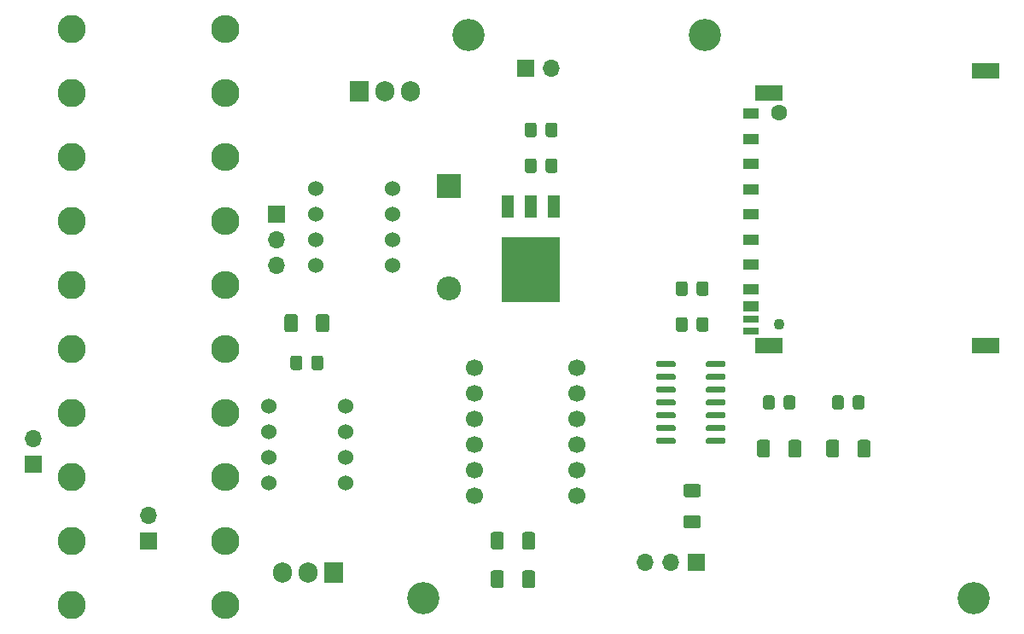
<source format=gbr>
%TF.GenerationSoftware,KiCad,Pcbnew,(5.1.10)-1*%
%TF.CreationDate,2021-10-19T15:37:26-04:00*%
%TF.ProjectId,BattTester,42617474-5465-4737-9465-722e6b696361,rev?*%
%TF.SameCoordinates,Original*%
%TF.FileFunction,Soldermask,Top*%
%TF.FilePolarity,Negative*%
%FSLAX46Y46*%
G04 Gerber Fmt 4.6, Leading zero omitted, Abs format (unit mm)*
G04 Created by KiCad (PCBNEW (5.1.10)-1) date 2021-10-19 15:37:26*
%MOMM*%
%LPD*%
G01*
G04 APERTURE LIST*
%ADD10C,2.800000*%
%ADD11O,2.800000X2.800000*%
%ADD12O,1.905000X2.000000*%
%ADD13R,1.905000X2.000000*%
%ADD14C,1.524000*%
%ADD15C,3.200000*%
%ADD16O,1.700000X1.700000*%
%ADD17R,1.700000X1.700000*%
%ADD18R,5.800000X6.400000*%
%ADD19R,1.200000X2.200000*%
%ADD20R,2.800000X1.500000*%
%ADD21C,1.100000*%
%ADD22C,1.600000*%
%ADD23R,1.500000X0.700000*%
%ADD24R,1.500000X1.000000*%
%ADD25O,2.400000X2.400000*%
%ADD26R,2.400000X2.400000*%
%ADD27C,1.700000*%
G04 APERTURE END LIST*
D10*
%TO.C,R3*%
X145415000Y-66675000D03*
D11*
X160655000Y-66675000D03*
D10*
X145415000Y-73025000D03*
D11*
X160655000Y-73025000D03*
D10*
X145415000Y-79375000D03*
D11*
X160655000Y-79375000D03*
D10*
X145415000Y-85725000D03*
D11*
X160655000Y-85725000D03*
D10*
X145415000Y-92075000D03*
D11*
X160655000Y-92075000D03*
D10*
X145415000Y-98425000D03*
D11*
X160655000Y-98425000D03*
D10*
X145415000Y-104775000D03*
D11*
X160655000Y-104775000D03*
D10*
X145415000Y-111125000D03*
D11*
X160655000Y-111125000D03*
D10*
X145415000Y-117475000D03*
D11*
X160655000Y-117475000D03*
X160655000Y-123825000D03*
D10*
X145415000Y-123825000D03*
%TD*%
%TO.C,R8*%
G36*
G01*
X188330000Y-120660000D02*
X188330000Y-121910000D01*
G75*
G02*
X188080000Y-122160000I-250000J0D01*
G01*
X187280000Y-122160000D01*
G75*
G02*
X187030000Y-121910000I0J250000D01*
G01*
X187030000Y-120660000D01*
G75*
G02*
X187280000Y-120410000I250000J0D01*
G01*
X188080000Y-120410000D01*
G75*
G02*
X188330000Y-120660000I0J-250000D01*
G01*
G37*
G36*
G01*
X191430000Y-120660000D02*
X191430000Y-121910000D01*
G75*
G02*
X191180000Y-122160000I-250000J0D01*
G01*
X190380000Y-122160000D01*
G75*
G02*
X190130000Y-121910000I0J250000D01*
G01*
X190130000Y-120660000D01*
G75*
G02*
X190380000Y-120410000I250000J0D01*
G01*
X191180000Y-120410000D01*
G75*
G02*
X191430000Y-120660000I0J-250000D01*
G01*
G37*
%TD*%
%TO.C,R7*%
G36*
G01*
X190130000Y-118100000D02*
X190130000Y-116850000D01*
G75*
G02*
X190380000Y-116600000I250000J0D01*
G01*
X191180000Y-116600000D01*
G75*
G02*
X191430000Y-116850000I0J-250000D01*
G01*
X191430000Y-118100000D01*
G75*
G02*
X191180000Y-118350000I-250000J0D01*
G01*
X190380000Y-118350000D01*
G75*
G02*
X190130000Y-118100000I0J250000D01*
G01*
G37*
G36*
G01*
X187030000Y-118100000D02*
X187030000Y-116850000D01*
G75*
G02*
X187280000Y-116600000I250000J0D01*
G01*
X188080000Y-116600000D01*
G75*
G02*
X188330000Y-116850000I0J-250000D01*
G01*
X188330000Y-118100000D01*
G75*
G02*
X188080000Y-118350000I-250000J0D01*
G01*
X187280000Y-118350000D01*
G75*
G02*
X187030000Y-118100000I0J250000D01*
G01*
G37*
%TD*%
D12*
%TO.C,Q2*%
X166370000Y-120650000D03*
X168910000Y-120650000D03*
D13*
X171450000Y-120650000D03*
%TD*%
D14*
%TO.C,U4*%
X177292000Y-82550000D03*
X177292000Y-85090000D03*
X177292000Y-87630000D03*
X177292000Y-90170000D03*
X169672000Y-90170000D03*
X169672000Y-87630000D03*
X169672000Y-85090000D03*
X169672000Y-82550000D03*
%TD*%
%TO.C,U1*%
X172593000Y-104140000D03*
X172593000Y-106680000D03*
X172593000Y-109220000D03*
X172593000Y-111760000D03*
X164973000Y-111760000D03*
X164973000Y-109220000D03*
X164973000Y-106680000D03*
X164973000Y-104140000D03*
%TD*%
D15*
%TO.C,REF\u002A\u002A*%
X208280000Y-67310000D03*
%TD*%
%TO.C,REF\u002A\u002A*%
X184785000Y-67310000D03*
%TD*%
%TO.C,REF\u002A\u002A*%
X180340000Y-123190000D03*
%TD*%
%TO.C,REF\u002A\u002A*%
X234950000Y-123190000D03*
%TD*%
D16*
%TO.C,J1*%
X141605000Y-107315000D03*
D17*
X141605000Y-109855000D03*
%TD*%
D18*
%TO.C,U3*%
X191009000Y-90575000D03*
D19*
X188729000Y-84275000D03*
X191009000Y-84275000D03*
X193289000Y-84275000D03*
%TD*%
%TO.C,U2*%
G36*
G01*
X208383000Y-100099000D02*
X208383000Y-99799000D01*
G75*
G02*
X208533000Y-99649000I150000J0D01*
G01*
X210183000Y-99649000D01*
G75*
G02*
X210333000Y-99799000I0J-150000D01*
G01*
X210333000Y-100099000D01*
G75*
G02*
X210183000Y-100249000I-150000J0D01*
G01*
X208533000Y-100249000D01*
G75*
G02*
X208383000Y-100099000I0J150000D01*
G01*
G37*
G36*
G01*
X208383000Y-101369000D02*
X208383000Y-101069000D01*
G75*
G02*
X208533000Y-100919000I150000J0D01*
G01*
X210183000Y-100919000D01*
G75*
G02*
X210333000Y-101069000I0J-150000D01*
G01*
X210333000Y-101369000D01*
G75*
G02*
X210183000Y-101519000I-150000J0D01*
G01*
X208533000Y-101519000D01*
G75*
G02*
X208383000Y-101369000I0J150000D01*
G01*
G37*
G36*
G01*
X208383000Y-102639000D02*
X208383000Y-102339000D01*
G75*
G02*
X208533000Y-102189000I150000J0D01*
G01*
X210183000Y-102189000D01*
G75*
G02*
X210333000Y-102339000I0J-150000D01*
G01*
X210333000Y-102639000D01*
G75*
G02*
X210183000Y-102789000I-150000J0D01*
G01*
X208533000Y-102789000D01*
G75*
G02*
X208383000Y-102639000I0J150000D01*
G01*
G37*
G36*
G01*
X208383000Y-103909000D02*
X208383000Y-103609000D01*
G75*
G02*
X208533000Y-103459000I150000J0D01*
G01*
X210183000Y-103459000D01*
G75*
G02*
X210333000Y-103609000I0J-150000D01*
G01*
X210333000Y-103909000D01*
G75*
G02*
X210183000Y-104059000I-150000J0D01*
G01*
X208533000Y-104059000D01*
G75*
G02*
X208383000Y-103909000I0J150000D01*
G01*
G37*
G36*
G01*
X208383000Y-105179000D02*
X208383000Y-104879000D01*
G75*
G02*
X208533000Y-104729000I150000J0D01*
G01*
X210183000Y-104729000D01*
G75*
G02*
X210333000Y-104879000I0J-150000D01*
G01*
X210333000Y-105179000D01*
G75*
G02*
X210183000Y-105329000I-150000J0D01*
G01*
X208533000Y-105329000D01*
G75*
G02*
X208383000Y-105179000I0J150000D01*
G01*
G37*
G36*
G01*
X208383000Y-106449000D02*
X208383000Y-106149000D01*
G75*
G02*
X208533000Y-105999000I150000J0D01*
G01*
X210183000Y-105999000D01*
G75*
G02*
X210333000Y-106149000I0J-150000D01*
G01*
X210333000Y-106449000D01*
G75*
G02*
X210183000Y-106599000I-150000J0D01*
G01*
X208533000Y-106599000D01*
G75*
G02*
X208383000Y-106449000I0J150000D01*
G01*
G37*
G36*
G01*
X208383000Y-107719000D02*
X208383000Y-107419000D01*
G75*
G02*
X208533000Y-107269000I150000J0D01*
G01*
X210183000Y-107269000D01*
G75*
G02*
X210333000Y-107419000I0J-150000D01*
G01*
X210333000Y-107719000D01*
G75*
G02*
X210183000Y-107869000I-150000J0D01*
G01*
X208533000Y-107869000D01*
G75*
G02*
X208383000Y-107719000I0J150000D01*
G01*
G37*
G36*
G01*
X203433000Y-107719000D02*
X203433000Y-107419000D01*
G75*
G02*
X203583000Y-107269000I150000J0D01*
G01*
X205233000Y-107269000D01*
G75*
G02*
X205383000Y-107419000I0J-150000D01*
G01*
X205383000Y-107719000D01*
G75*
G02*
X205233000Y-107869000I-150000J0D01*
G01*
X203583000Y-107869000D01*
G75*
G02*
X203433000Y-107719000I0J150000D01*
G01*
G37*
G36*
G01*
X203433000Y-106449000D02*
X203433000Y-106149000D01*
G75*
G02*
X203583000Y-105999000I150000J0D01*
G01*
X205233000Y-105999000D01*
G75*
G02*
X205383000Y-106149000I0J-150000D01*
G01*
X205383000Y-106449000D01*
G75*
G02*
X205233000Y-106599000I-150000J0D01*
G01*
X203583000Y-106599000D01*
G75*
G02*
X203433000Y-106449000I0J150000D01*
G01*
G37*
G36*
G01*
X203433000Y-105179000D02*
X203433000Y-104879000D01*
G75*
G02*
X203583000Y-104729000I150000J0D01*
G01*
X205233000Y-104729000D01*
G75*
G02*
X205383000Y-104879000I0J-150000D01*
G01*
X205383000Y-105179000D01*
G75*
G02*
X205233000Y-105329000I-150000J0D01*
G01*
X203583000Y-105329000D01*
G75*
G02*
X203433000Y-105179000I0J150000D01*
G01*
G37*
G36*
G01*
X203433000Y-103909000D02*
X203433000Y-103609000D01*
G75*
G02*
X203583000Y-103459000I150000J0D01*
G01*
X205233000Y-103459000D01*
G75*
G02*
X205383000Y-103609000I0J-150000D01*
G01*
X205383000Y-103909000D01*
G75*
G02*
X205233000Y-104059000I-150000J0D01*
G01*
X203583000Y-104059000D01*
G75*
G02*
X203433000Y-103909000I0J150000D01*
G01*
G37*
G36*
G01*
X203433000Y-102639000D02*
X203433000Y-102339000D01*
G75*
G02*
X203583000Y-102189000I150000J0D01*
G01*
X205233000Y-102189000D01*
G75*
G02*
X205383000Y-102339000I0J-150000D01*
G01*
X205383000Y-102639000D01*
G75*
G02*
X205233000Y-102789000I-150000J0D01*
G01*
X203583000Y-102789000D01*
G75*
G02*
X203433000Y-102639000I0J150000D01*
G01*
G37*
G36*
G01*
X203433000Y-101369000D02*
X203433000Y-101069000D01*
G75*
G02*
X203583000Y-100919000I150000J0D01*
G01*
X205233000Y-100919000D01*
G75*
G02*
X205383000Y-101069000I0J-150000D01*
G01*
X205383000Y-101369000D01*
G75*
G02*
X205233000Y-101519000I-150000J0D01*
G01*
X203583000Y-101519000D01*
G75*
G02*
X203433000Y-101369000I0J150000D01*
G01*
G37*
G36*
G01*
X203433000Y-100099000D02*
X203433000Y-99799000D01*
G75*
G02*
X203583000Y-99649000I150000J0D01*
G01*
X205233000Y-99649000D01*
G75*
G02*
X205383000Y-99799000I0J-150000D01*
G01*
X205383000Y-100099000D01*
G75*
G02*
X205233000Y-100249000I-150000J0D01*
G01*
X203583000Y-100249000D01*
G75*
G02*
X203433000Y-100099000I0J150000D01*
G01*
G37*
%TD*%
D16*
%TO.C,RV1*%
X165735000Y-90170000D03*
X165735000Y-87630000D03*
D17*
X165735000Y-85090000D03*
%TD*%
%TO.C,R6*%
G36*
G01*
X206384999Y-114946000D02*
X207635001Y-114946000D01*
G75*
G02*
X207885000Y-115195999I0J-249999D01*
G01*
X207885000Y-115996001D01*
G75*
G02*
X207635001Y-116246000I-249999J0D01*
G01*
X206384999Y-116246000D01*
G75*
G02*
X206135000Y-115996001I0J249999D01*
G01*
X206135000Y-115195999D01*
G75*
G02*
X206384999Y-114946000I249999J0D01*
G01*
G37*
G36*
G01*
X206384999Y-111846000D02*
X207635001Y-111846000D01*
G75*
G02*
X207885000Y-112095999I0J-249999D01*
G01*
X207885000Y-112896001D01*
G75*
G02*
X207635001Y-113146000I-249999J0D01*
G01*
X206384999Y-113146000D01*
G75*
G02*
X206135000Y-112896001I0J249999D01*
G01*
X206135000Y-112095999D01*
G75*
G02*
X206384999Y-111846000I249999J0D01*
G01*
G37*
%TD*%
%TO.C,R2*%
G36*
G01*
X221604000Y-107705999D02*
X221604000Y-108956001D01*
G75*
G02*
X221354001Y-109206000I-249999J0D01*
G01*
X220553999Y-109206000D01*
G75*
G02*
X220304000Y-108956001I0J249999D01*
G01*
X220304000Y-107705999D01*
G75*
G02*
X220553999Y-107456000I249999J0D01*
G01*
X221354001Y-107456000D01*
G75*
G02*
X221604000Y-107705999I0J-249999D01*
G01*
G37*
G36*
G01*
X224704000Y-107705999D02*
X224704000Y-108956001D01*
G75*
G02*
X224454001Y-109206000I-249999J0D01*
G01*
X223653999Y-109206000D01*
G75*
G02*
X223404000Y-108956001I0J249999D01*
G01*
X223404000Y-107705999D01*
G75*
G02*
X223653999Y-107456000I249999J0D01*
G01*
X224454001Y-107456000D01*
G75*
G02*
X224704000Y-107705999I0J-249999D01*
G01*
G37*
%TD*%
%TO.C,R1*%
G36*
G01*
X214746000Y-107705999D02*
X214746000Y-108956001D01*
G75*
G02*
X214496001Y-109206000I-249999J0D01*
G01*
X213695999Y-109206000D01*
G75*
G02*
X213446000Y-108956001I0J249999D01*
G01*
X213446000Y-107705999D01*
G75*
G02*
X213695999Y-107456000I249999J0D01*
G01*
X214496001Y-107456000D01*
G75*
G02*
X214746000Y-107705999I0J-249999D01*
G01*
G37*
G36*
G01*
X217846000Y-107705999D02*
X217846000Y-108956001D01*
G75*
G02*
X217596001Y-109206000I-249999J0D01*
G01*
X216795999Y-109206000D01*
G75*
G02*
X216546000Y-108956001I0J249999D01*
G01*
X216546000Y-107705999D01*
G75*
G02*
X216795999Y-107456000I249999J0D01*
G01*
X217596001Y-107456000D01*
G75*
G02*
X217846000Y-107705999I0J-249999D01*
G01*
G37*
%TD*%
D12*
%TO.C,Q1*%
X179070000Y-72898000D03*
X176530000Y-72898000D03*
D13*
X173990000Y-72898000D03*
%TD*%
D16*
%TO.C,JP1*%
X153035000Y-114935000D03*
D17*
X153035000Y-117475000D03*
%TD*%
D16*
%TO.C,J4*%
X202311000Y-119634000D03*
X204851000Y-119634000D03*
D17*
X207391000Y-119634000D03*
%TD*%
D16*
%TO.C,J3*%
X193040000Y-70612000D03*
D17*
X190500000Y-70612000D03*
%TD*%
D20*
%TO.C,J2*%
X214615000Y-98105000D03*
X236115000Y-98105000D03*
X236115000Y-70805000D03*
X214615000Y-73005000D03*
D21*
X215615000Y-95955000D03*
D22*
X215615000Y-74955000D03*
D23*
X212815000Y-96710000D03*
X212815000Y-95510000D03*
D24*
X212815000Y-75080000D03*
X212815000Y-94210000D03*
X212815000Y-92510000D03*
X212815000Y-90080000D03*
X212815000Y-87580000D03*
X212815000Y-85080000D03*
X212815000Y-82580000D03*
X212815000Y-80080000D03*
X212815000Y-77580000D03*
%TD*%
D25*
%TO.C,D3*%
X182880000Y-92456000D03*
D26*
X182880000Y-82296000D03*
%TD*%
%TO.C,D2*%
G36*
G01*
X222054000Y-103308999D02*
X222054000Y-104209001D01*
G75*
G02*
X221804001Y-104459000I-249999J0D01*
G01*
X221153999Y-104459000D01*
G75*
G02*
X220904000Y-104209001I0J249999D01*
G01*
X220904000Y-103308999D01*
G75*
G02*
X221153999Y-103059000I249999J0D01*
G01*
X221804001Y-103059000D01*
G75*
G02*
X222054000Y-103308999I0J-249999D01*
G01*
G37*
G36*
G01*
X224104000Y-103308999D02*
X224104000Y-104209001D01*
G75*
G02*
X223854001Y-104459000I-249999J0D01*
G01*
X223203999Y-104459000D01*
G75*
G02*
X222954000Y-104209001I0J249999D01*
G01*
X222954000Y-103308999D01*
G75*
G02*
X223203999Y-103059000I249999J0D01*
G01*
X223854001Y-103059000D01*
G75*
G02*
X224104000Y-103308999I0J-249999D01*
G01*
G37*
%TD*%
%TO.C,D1*%
G36*
G01*
X215196000Y-103308999D02*
X215196000Y-104209001D01*
G75*
G02*
X214946001Y-104459000I-249999J0D01*
G01*
X214295999Y-104459000D01*
G75*
G02*
X214046000Y-104209001I0J249999D01*
G01*
X214046000Y-103308999D01*
G75*
G02*
X214295999Y-103059000I249999J0D01*
G01*
X214946001Y-103059000D01*
G75*
G02*
X215196000Y-103308999I0J-249999D01*
G01*
G37*
G36*
G01*
X217246000Y-103308999D02*
X217246000Y-104209001D01*
G75*
G02*
X216996001Y-104459000I-249999J0D01*
G01*
X216345999Y-104459000D01*
G75*
G02*
X216096000Y-104209001I0J249999D01*
G01*
X216096000Y-103308999D01*
G75*
G02*
X216345999Y-103059000I249999J0D01*
G01*
X216996001Y-103059000D01*
G75*
G02*
X217246000Y-103308999I0J-249999D01*
G01*
G37*
%TD*%
%TO.C,C6*%
G36*
G01*
X192474000Y-80739000D02*
X192474000Y-79789000D01*
G75*
G02*
X192724000Y-79539000I250000J0D01*
G01*
X193399000Y-79539000D01*
G75*
G02*
X193649000Y-79789000I0J-250000D01*
G01*
X193649000Y-80739000D01*
G75*
G02*
X193399000Y-80989000I-250000J0D01*
G01*
X192724000Y-80989000D01*
G75*
G02*
X192474000Y-80739000I0J250000D01*
G01*
G37*
G36*
G01*
X190399000Y-80739000D02*
X190399000Y-79789000D01*
G75*
G02*
X190649000Y-79539000I250000J0D01*
G01*
X191324000Y-79539000D01*
G75*
G02*
X191574000Y-79789000I0J-250000D01*
G01*
X191574000Y-80739000D01*
G75*
G02*
X191324000Y-80989000I-250000J0D01*
G01*
X190649000Y-80989000D01*
G75*
G02*
X190399000Y-80739000I0J250000D01*
G01*
G37*
%TD*%
%TO.C,C5*%
G36*
G01*
X192474000Y-77183000D02*
X192474000Y-76233000D01*
G75*
G02*
X192724000Y-75983000I250000J0D01*
G01*
X193399000Y-75983000D01*
G75*
G02*
X193649000Y-76233000I0J-250000D01*
G01*
X193649000Y-77183000D01*
G75*
G02*
X193399000Y-77433000I-250000J0D01*
G01*
X192724000Y-77433000D01*
G75*
G02*
X192474000Y-77183000I0J250000D01*
G01*
G37*
G36*
G01*
X190399000Y-77183000D02*
X190399000Y-76233000D01*
G75*
G02*
X190649000Y-75983000I250000J0D01*
G01*
X191324000Y-75983000D01*
G75*
G02*
X191574000Y-76233000I0J-250000D01*
G01*
X191574000Y-77183000D01*
G75*
G02*
X191324000Y-77433000I-250000J0D01*
G01*
X190649000Y-77433000D01*
G75*
G02*
X190399000Y-77183000I0J250000D01*
G01*
G37*
%TD*%
%TO.C,C4*%
G36*
G01*
X207460000Y-92931000D02*
X207460000Y-91981000D01*
G75*
G02*
X207710000Y-91731000I250000J0D01*
G01*
X208385000Y-91731000D01*
G75*
G02*
X208635000Y-91981000I0J-250000D01*
G01*
X208635000Y-92931000D01*
G75*
G02*
X208385000Y-93181000I-250000J0D01*
G01*
X207710000Y-93181000D01*
G75*
G02*
X207460000Y-92931000I0J250000D01*
G01*
G37*
G36*
G01*
X205385000Y-92931000D02*
X205385000Y-91981000D01*
G75*
G02*
X205635000Y-91731000I250000J0D01*
G01*
X206310000Y-91731000D01*
G75*
G02*
X206560000Y-91981000I0J-250000D01*
G01*
X206560000Y-92931000D01*
G75*
G02*
X206310000Y-93181000I-250000J0D01*
G01*
X205635000Y-93181000D01*
G75*
G02*
X205385000Y-92931000I0J250000D01*
G01*
G37*
%TD*%
%TO.C,C3*%
G36*
G01*
X207460000Y-96487000D02*
X207460000Y-95537000D01*
G75*
G02*
X207710000Y-95287000I250000J0D01*
G01*
X208385000Y-95287000D01*
G75*
G02*
X208635000Y-95537000I0J-250000D01*
G01*
X208635000Y-96487000D01*
G75*
G02*
X208385000Y-96737000I-250000J0D01*
G01*
X207710000Y-96737000D01*
G75*
G02*
X207460000Y-96487000I0J250000D01*
G01*
G37*
G36*
G01*
X205385000Y-96487000D02*
X205385000Y-95537000D01*
G75*
G02*
X205635000Y-95287000I250000J0D01*
G01*
X206310000Y-95287000D01*
G75*
G02*
X206560000Y-95537000I0J-250000D01*
G01*
X206560000Y-96487000D01*
G75*
G02*
X206310000Y-96737000I-250000J0D01*
G01*
X205635000Y-96737000D01*
G75*
G02*
X205385000Y-96487000I0J250000D01*
G01*
G37*
%TD*%
%TO.C,C2*%
G36*
G01*
X167883000Y-95234997D02*
X167883000Y-96535003D01*
G75*
G02*
X167633003Y-96785000I-249997J0D01*
G01*
X166807997Y-96785000D01*
G75*
G02*
X166558000Y-96535003I0J249997D01*
G01*
X166558000Y-95234997D01*
G75*
G02*
X166807997Y-94985000I249997J0D01*
G01*
X167633003Y-94985000D01*
G75*
G02*
X167883000Y-95234997I0J-249997D01*
G01*
G37*
G36*
G01*
X171008000Y-95234997D02*
X171008000Y-96535003D01*
G75*
G02*
X170758003Y-96785000I-249997J0D01*
G01*
X169932997Y-96785000D01*
G75*
G02*
X169683000Y-96535003I0J249997D01*
G01*
X169683000Y-95234997D01*
G75*
G02*
X169932997Y-94985000I249997J0D01*
G01*
X170758003Y-94985000D01*
G75*
G02*
X171008000Y-95234997I0J-249997D01*
G01*
G37*
%TD*%
%TO.C,C1*%
G36*
G01*
X169233000Y-100297000D02*
X169233000Y-99347000D01*
G75*
G02*
X169483000Y-99097000I250000J0D01*
G01*
X170158000Y-99097000D01*
G75*
G02*
X170408000Y-99347000I0J-250000D01*
G01*
X170408000Y-100297000D01*
G75*
G02*
X170158000Y-100547000I-250000J0D01*
G01*
X169483000Y-100547000D01*
G75*
G02*
X169233000Y-100297000I0J250000D01*
G01*
G37*
G36*
G01*
X167158000Y-100297000D02*
X167158000Y-99347000D01*
G75*
G02*
X167408000Y-99097000I250000J0D01*
G01*
X168083000Y-99097000D01*
G75*
G02*
X168333000Y-99347000I0J-250000D01*
G01*
X168333000Y-100297000D01*
G75*
G02*
X168083000Y-100547000I-250000J0D01*
G01*
X167408000Y-100547000D01*
G75*
G02*
X167158000Y-100297000I0J250000D01*
G01*
G37*
%TD*%
D27*
%TO.C,A1*%
X195580000Y-100330000D03*
X195580000Y-102870000D03*
X195580000Y-105410000D03*
X195580000Y-107950000D03*
X195580000Y-110490000D03*
X195580000Y-113030000D03*
X185420000Y-113030000D03*
X185420000Y-110490000D03*
X185420000Y-107950000D03*
X185420000Y-105410000D03*
X185420000Y-102870000D03*
X185420000Y-100330000D03*
%TD*%
M02*

</source>
